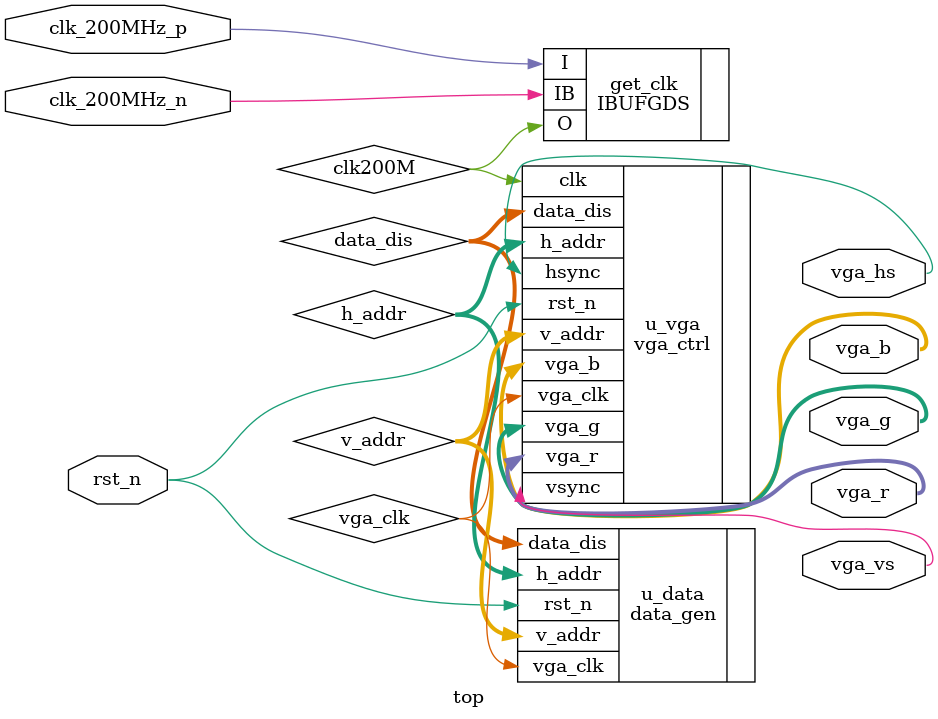
<source format=v>
`timescale 1ns / 1ps


module top(
    input clk_200MHz_p,
    input clk_200MHz_n,
    input rst_n,
    
    output [4:0] vga_r,
    output [5:0] vga_g,
    output [4:0] vga_b,
    output wire        vga_hs,
    output wire        vga_vs  

    );
   
   wire clk200M;
   wire [15:0] data_dis;
   wire vga_clk;
   wire [10:0] v_addr;
   wire [10:0] h_addr;
   
  	IBUFGDS #(
		.DIFF_TERM    ("FALSE"),
		.IBUF_LOW_PWR ("TRUE"),
		.IOSTANDARD   ("LVDS")
	) get_clk (
		.O  (clk200M),
		.I  (clk_200MHz_p),
		.IB (clk_200MHz_n)
	);
    
  vga_ctrl  u_vga(
    .clk(clk200M),
    .rst_n(rst_n),
    .data_dis(data_dis),
    .h_addr(h_addr),
    .v_addr(v_addr),    
    .hsync(vga_hs),
    .vsync(vga_vs),
    .vga_r(vga_r),
    .vga_g(vga_g),
    .vga_b(vga_b),
    .vga_clk(vga_clk)
    );
    
 data_gen   u_data(
    .vga_clk(vga_clk),
    .rst_n(rst_n),
	.h_addr(h_addr),
	.v_addr(v_addr),
	
	.data_dis(data_dis)
    );
    

endmodule

</source>
